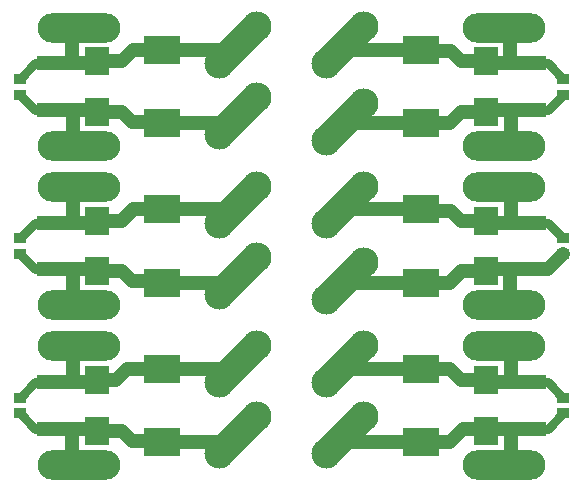
<source format=gbr>
G04 Layer_Physical_Order=1*
G04 Layer_Color=255*
%FSLAX45Y45*%
%MOMM*%
%TF.FileFunction,Copper,L1,Top,Signal*%
%TF.Part,Single*%
G01*
G75*
%TA.AperFunction,SMDPad,CuDef*%
%ADD10O,7.00000X2.50000*%
G04:AMPARAMS|DCode=11|XSize=7mm|YSize=2.5mm|CornerRadius=0mm|HoleSize=0mm|Usage=FLASHONLY|Rotation=45.000|XOffset=0mm|YOffset=0mm|HoleType=Round|Shape=Round|*
%AMOVALD11*
21,1,4.50000,2.50000,0.00000,0.00000,45.0*
1,1,2.50000,-1.59099,-1.59099*
1,1,2.50000,1.59099,1.59099*
%
%ADD11OVALD11*%

%ADD12R,1.00000X0.90000*%
%ADD13R,2.10000X1.27000*%
%ADD14R,2.15000X2.45000*%
%ADD15R,3.15000X2.45000*%
%TA.AperFunction,Conductor*%
%ADD16C,0.80000*%
%ADD17C,1.20000*%
%ADD18C,1.00000*%
D10*
X4300000Y1300000D02*
D03*
Y300000D02*
D03*
Y2650000D02*
D03*
Y1650000D02*
D03*
Y3999999D02*
D03*
Y2999999D02*
D03*
X700000Y3999999D02*
D03*
Y2999999D02*
D03*
Y2650000D02*
D03*
Y1650000D02*
D03*
Y300000D02*
D03*
Y1300000D02*
D03*
D11*
X2950000Y3199999D02*
D03*
Y3849999D02*
D03*
X2050000Y3249999D02*
D03*
Y3849999D02*
D03*
X2950000Y2500000D02*
D03*
Y1850000D02*
D03*
X2050000Y2500000D02*
D03*
Y1900000D02*
D03*
Y550000D02*
D03*
X2950000D02*
D03*
X2050000Y1150000D02*
D03*
X2950000D02*
D03*
D12*
X4800000Y732500D02*
D03*
Y867500D02*
D03*
X200000Y732500D02*
D03*
Y867500D02*
D03*
Y2082500D02*
D03*
Y2217500D02*
D03*
X4800000Y2082500D02*
D03*
Y2217500D02*
D03*
Y3432499D02*
D03*
Y3567499D02*
D03*
X200000Y3432499D02*
D03*
Y3567499D02*
D03*
D13*
X4550000Y601500D02*
D03*
Y998500D02*
D03*
X450000Y601500D02*
D03*
Y998500D02*
D03*
Y1951500D02*
D03*
Y2348499D02*
D03*
X4550000Y1951500D02*
D03*
Y2348499D02*
D03*
Y3301499D02*
D03*
Y3698499D02*
D03*
X450000Y3301499D02*
D03*
Y3698499D02*
D03*
D14*
X4150000Y1015000D02*
D03*
Y585000D02*
D03*
X850000Y1015000D02*
D03*
Y585000D02*
D03*
Y2365000D02*
D03*
Y1934999D02*
D03*
X4150000Y2365000D02*
D03*
Y1934999D02*
D03*
Y3714999D02*
D03*
Y3284999D02*
D03*
X850000Y3714999D02*
D03*
Y3284999D02*
D03*
D15*
X3600000Y490000D02*
D03*
Y1110000D02*
D03*
X1400000Y490000D02*
D03*
Y1110000D02*
D03*
Y1840000D02*
D03*
Y2459999D02*
D03*
X3600000Y1840000D02*
D03*
Y2459999D02*
D03*
Y3189999D02*
D03*
Y3809999D02*
D03*
X1400000Y3189999D02*
D03*
Y3809999D02*
D03*
D16*
X331000Y3698499D02*
X450000D01*
X200000Y3567499D02*
X331000Y3698499D01*
Y3301499D02*
X450000D01*
X200000Y3432499D02*
X331000Y3301499D01*
X331000Y2348499D02*
X450000D01*
X200000Y2217500D02*
X331000Y2348499D01*
X331001Y1951500D02*
X450000D01*
X200000Y2082500D02*
X331001Y1951500D01*
X331000Y998500D02*
X450000D01*
X200000Y867500D02*
X331000Y998500D01*
Y601500D02*
X450000D01*
X200000Y732500D02*
X331000Y601500D01*
X4550000D02*
X4669000D01*
X4800000Y732500D01*
X4550000Y998500D02*
X4669000D01*
X4800000Y867500D01*
X4550000Y2348499D02*
X4669000D01*
X4800000Y2217500D01*
X4550000Y3301499D02*
X4669000D01*
X4800000Y3432499D01*
X4550000Y3698499D02*
X4669000D01*
X4800000Y3567499D01*
D17*
X4550000Y1951500D02*
X4669000D01*
X4800000Y2082500D01*
X3600000Y3809999D02*
X3609999Y3800000D01*
X3850000D01*
X3935001Y3714999D01*
X4150000D01*
X3600000Y3189999D02*
X3839999D01*
X3934999Y3284999D01*
X4150000D01*
X3600000Y2459999D02*
X3609999Y2450000D01*
X3850000D01*
X3935000Y2365000D01*
X4150000D01*
X3600000Y1840000D02*
X3839999D01*
X3934999Y1934999D01*
X4150000D01*
X3935000Y1015000D02*
X4150000D01*
X3840000Y1110000D02*
X3935000Y1015000D01*
X3600000Y1110000D02*
X3840000D01*
X4135000Y600000D02*
X4150000Y585000D01*
X3950000Y600000D02*
X4135000D01*
X3840000Y490000D02*
X3950000Y600000D01*
X3600000Y490000D02*
X3840000D01*
X4358250Y601500D02*
X4550000D01*
X4166500D02*
X4358250D01*
X4300000Y300000D02*
X4358250Y358250D01*
Y601500D01*
Y998500D02*
X4550000D01*
X4166500D02*
X4358250D01*
X4300000Y1300000D02*
X4358250Y1241750D01*
Y998500D02*
Y1241750D01*
X4350000Y1951500D02*
X4550000D01*
X4166500D02*
X4350000D01*
X4300000Y1650000D02*
X4350000Y1700000D01*
Y1951500D01*
X4358250Y2348499D02*
X4550000D01*
X4166500D02*
X4358250D01*
X4300000Y2650000D02*
X4358250Y2591749D01*
Y2348499D02*
Y2591749D01*
Y3301499D02*
X4550000D01*
X4166500D02*
X4358250D01*
X4300000Y2999999D02*
X4358250Y3058250D01*
Y3301499D01*
X4350000Y3698499D02*
X4550000D01*
X4166500D02*
X4350000D01*
X4300000Y3999999D02*
X4350000Y3949999D01*
Y3698499D02*
Y3949999D01*
X4150000Y3714999D02*
X4166500Y3698499D01*
X4150000Y3284999D02*
X4166500Y3301499D01*
X4150000Y2365000D02*
X4166500Y2348499D01*
X4150000Y1934999D02*
X4166500Y1951500D01*
X4150000Y1015000D02*
X4166500Y998500D01*
X4150000Y585000D02*
X4166500Y601500D01*
X2950000Y550000D02*
X3010000Y490000D01*
X3600000D01*
X2950000Y1150000D02*
X2990000Y1110000D01*
X3600000D01*
X2950000Y1850000D02*
X2960000Y1840000D01*
X3600000D01*
X2950000Y2500000D02*
X2990000Y2459999D01*
X3600000D01*
X2950000Y3199999D02*
X2960000Y3189999D01*
X3600000D01*
X2950000Y3849999D02*
X2990000Y3809999D01*
X3600000D01*
X641750Y3698499D02*
X833500D01*
X450000D02*
X641750D01*
Y3941749D02*
X700000Y3999999D01*
X641750Y3698499D02*
Y3941749D01*
X650000Y3301499D02*
X833500D01*
X450000D02*
X650000D01*
Y3050000D02*
X700000Y2999999D01*
X650000Y3050000D02*
Y3301499D01*
X833500D02*
X850000Y3284999D01*
X833500Y3698499D02*
X850000Y3714999D01*
X1159999Y3809999D02*
X1400000D01*
X1064999Y3714999D02*
X1159999Y3809999D01*
X850000Y3714999D02*
X1064999D01*
X1390000Y3200000D02*
X1400000Y3189999D01*
X1150000Y3200000D02*
X1390000D01*
X1065001Y3284999D02*
X1150000Y3200000D01*
X850000Y3284999D02*
X1065001D01*
X2010000Y3809999D02*
X2050000Y3849999D01*
X1400000Y3809999D02*
X2010000D01*
X1990000Y3189999D02*
X2050000Y3249999D01*
X1400000Y3189999D02*
X1990000D01*
X2010000Y2459999D02*
X2050000Y2500000D01*
X1400000Y2459999D02*
X2010000D01*
X1990000Y1840000D02*
X2050000Y1900000D01*
X1400000Y1840000D02*
X1990000D01*
X1159999Y2459999D02*
X1400000D01*
X1065000Y2365000D02*
X1159999Y2459999D01*
X850000Y2365000D02*
X1065000D01*
X1390000Y1850000D02*
X1400000Y1840000D01*
X1150000Y1850000D02*
X1390000D01*
X1065001Y1934999D02*
X1150000Y1850000D01*
X850000Y1934999D02*
X1065001D01*
X650000Y1951500D02*
X833500D01*
X450000D02*
X650000D01*
Y1700000D02*
X700000Y1650000D01*
X650000Y1700000D02*
Y1951500D01*
Y2348499D02*
X833500D01*
X450000D02*
X650000D01*
Y2599999D02*
X700000Y2650000D01*
X650000Y2348499D02*
Y2599999D01*
X833500Y2348499D02*
X850000Y2365000D01*
X833500Y1951500D02*
X850000Y1934999D01*
X650000Y998500D02*
X833500D01*
X450000D02*
X650000D01*
Y1250000D02*
X700000Y1300000D01*
X650000Y998500D02*
Y1250000D01*
X833500Y998500D02*
X850000Y1015000D01*
X1110000Y1110000D02*
X1400000D01*
X1015000Y1015000D02*
X1110000Y1110000D01*
X850000Y1015000D02*
X1015000D01*
X2010000Y1110000D02*
X2050000Y1150000D01*
X1400000Y1110000D02*
X2010000D01*
X1990000Y490000D02*
X2050000Y550000D01*
X1400000Y490000D02*
X1990000D01*
X641750Y601500D02*
X833500D01*
X450000D02*
X641750D01*
Y358250D02*
X700000Y300000D01*
X641750Y358250D02*
Y601500D01*
X1390000Y500000D02*
X1400000Y490000D01*
X1150000Y500000D02*
X1390000D01*
X1065000Y585000D02*
X1150000Y500000D01*
X850000Y585000D02*
X1065000D01*
D18*
X833500Y601500D02*
X850000Y585000D01*
%TF.MD5,924bfe747b484a1ddb71952cef054d07*%
M02*

</source>
